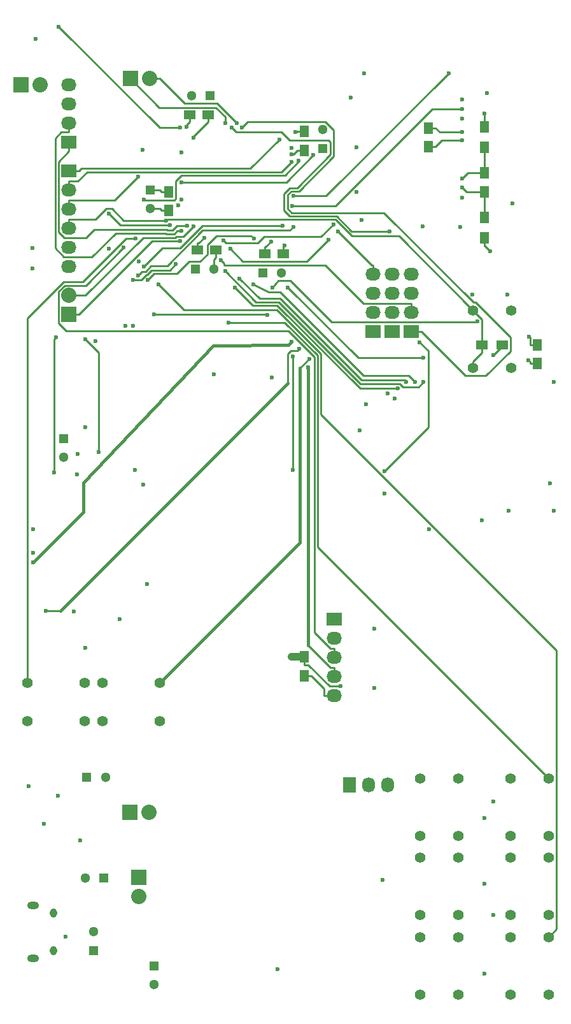
<source format=gbl>
G04 #@! TF.FileFunction,Copper,L4,Bot,Signal*
%FSLAX46Y46*%
G04 Gerber Fmt 4.6, Leading zero omitted, Abs format (unit mm)*
G04 Created by KiCad (PCBNEW 4.0.2-stable) date Sat 27 Feb 2016 06:16:26 AM EST*
%MOMM*%
G01*
G04 APERTURE LIST*
%ADD10C,0.100000*%
%ADD11R,1.727200X2.032000*%
%ADD12O,1.727200X2.032000*%
%ADD13R,2.032000X1.727200*%
%ADD14O,2.032000X1.727200*%
%ADD15R,1.300000X1.300000*%
%ADD16C,1.300000*%
%ADD17O,0.950000X1.250000*%
%ADD18O,1.550000X1.000000*%
%ADD19C,1.397000*%
%ADD20R,1.250000X1.500000*%
%ADD21R,1.300000X1.500000*%
%ADD22R,1.500000X1.250000*%
%ADD23R,2.032000X2.032000*%
%ADD24O,2.032000X2.032000*%
%ADD25R,1.500000X1.300000*%
%ADD26C,0.600000*%
%ADD27C,0.400000*%
%ADD28C,1.000000*%
%ADD29C,0.250000*%
G04 APERTURE END LIST*
D10*
D11*
X83000000Y-145000000D03*
D12*
X85540000Y-145000000D03*
X88080000Y-145000000D03*
D13*
X86150000Y-84820000D03*
D14*
X86150000Y-82280000D03*
X86150000Y-79740000D03*
X86150000Y-77200000D03*
D13*
X81000000Y-123000000D03*
D14*
X81000000Y-125540000D03*
X81000000Y-128080000D03*
X81000000Y-130620000D03*
X81000000Y-133160000D03*
D15*
X50350000Y-157350000D03*
D16*
X47850000Y-157350000D03*
D15*
X49000000Y-167000000D03*
D16*
X49000000Y-164500000D03*
D15*
X56500000Y-66000000D03*
D16*
X56500000Y-68500000D03*
D15*
X57000000Y-169000000D03*
D16*
X57000000Y-171500000D03*
D15*
X62500000Y-76500000D03*
D16*
X65000000Y-76500000D03*
D15*
X64500000Y-53500000D03*
D16*
X62000000Y-53500000D03*
D17*
X43662540Y-161999100D03*
X43662540Y-166999100D03*
D18*
X40962540Y-160999100D03*
X40962540Y-167999100D03*
D19*
X47810000Y-131460000D03*
X47810000Y-136540000D03*
X40190000Y-131460000D03*
X40190000Y-136540000D03*
X109540000Y-172810000D03*
X104460000Y-172810000D03*
X109540000Y-165190000D03*
X104460000Y-165190000D03*
X92460000Y-165190000D03*
X97540000Y-165190000D03*
X92460000Y-172810000D03*
X97540000Y-172810000D03*
X109540000Y-151810000D03*
X104460000Y-151810000D03*
X109540000Y-144190000D03*
X104460000Y-144190000D03*
X109540000Y-162310000D03*
X104460000Y-162310000D03*
X109540000Y-154690000D03*
X104460000Y-154690000D03*
X57810000Y-131460000D03*
X57810000Y-136540000D03*
X50190000Y-131460000D03*
X50190000Y-136540000D03*
X92460000Y-154690000D03*
X97540000Y-154690000D03*
X92460000Y-162310000D03*
X97540000Y-162310000D03*
X92460000Y-144190000D03*
X97540000Y-144190000D03*
X92460000Y-151810000D03*
X97540000Y-151810000D03*
D13*
X45720000Y-59690000D03*
D14*
X45720000Y-57150000D03*
X45720000Y-54610000D03*
X45720000Y-52070000D03*
D20*
X93500000Y-60250000D03*
X93500000Y-57750000D03*
X101000000Y-63750000D03*
X101000000Y-66250000D03*
D13*
X91230000Y-84820000D03*
D14*
X91230000Y-82280000D03*
X91230000Y-79740000D03*
X91230000Y-77200000D03*
D13*
X88690000Y-84820000D03*
D14*
X88690000Y-82280000D03*
X88690000Y-79740000D03*
X88690000Y-77200000D03*
D21*
X101000000Y-72350000D03*
X101000000Y-69650000D03*
X101000000Y-57650000D03*
X101000000Y-60350000D03*
D20*
X59000000Y-66250000D03*
X59000000Y-68750000D03*
D22*
X62750000Y-74000000D03*
X65250000Y-74000000D03*
D15*
X48100000Y-144000000D03*
D16*
X50600000Y-144000000D03*
D22*
X71750000Y-74500000D03*
X74250000Y-74500000D03*
D15*
X71500000Y-77000000D03*
D16*
X74000000Y-77000000D03*
D20*
X77000000Y-60750000D03*
X77000000Y-58250000D03*
D15*
X79500000Y-60500000D03*
D16*
X79500000Y-58000000D03*
D22*
X64250000Y-56000000D03*
X61750000Y-56000000D03*
D15*
X45000000Y-99000000D03*
D16*
X45000000Y-101500000D03*
D20*
X108000000Y-89050000D03*
X108000000Y-86550000D03*
D23*
X53900000Y-51200000D03*
D24*
X56440000Y-51200000D03*
D25*
X103350000Y-86600000D03*
X100650000Y-86600000D03*
D19*
X99460000Y-81990000D03*
X104540000Y-81990000D03*
X99460000Y-89610000D03*
X104540000Y-89610000D03*
D23*
X45720000Y-82550000D03*
D24*
X45720000Y-80010000D03*
D13*
X45720000Y-63500000D03*
D14*
X45720000Y-66040000D03*
X45720000Y-68580000D03*
X45720000Y-71120000D03*
X45720000Y-73660000D03*
X45720000Y-76200000D03*
D20*
X77000000Y-130500000D03*
X77000000Y-128000000D03*
D23*
X39370000Y-52070000D03*
D24*
X41910000Y-52070000D03*
D23*
X53800000Y-148600000D03*
D24*
X56340000Y-148600000D03*
D23*
X55000000Y-157300000D03*
D24*
X55000000Y-159840000D03*
D26*
X104200000Y-108587400D03*
X45300000Y-165149100D03*
X75300000Y-128000000D03*
X65000000Y-90500000D03*
X72695000Y-90864700D03*
X86340300Y-124270000D03*
X87400000Y-157600000D03*
X44250000Y-146400000D03*
X42400000Y-150150000D03*
X47250000Y-152350000D03*
X101000000Y-55868700D03*
X101000000Y-158078100D03*
X102151000Y-162260200D03*
X101000000Y-149365000D03*
X101000000Y-170091400D03*
X47850000Y-126823800D03*
X98031600Y-56561300D03*
X98032200Y-59435600D03*
X40856300Y-76443400D03*
X106846300Y-88581600D03*
X104000000Y-79923300D03*
X99400600Y-79908800D03*
X109700000Y-104927800D03*
X110200000Y-108552800D03*
X110200000Y-91460300D03*
X87694100Y-106299200D03*
X56114600Y-118300000D03*
X98014100Y-54003800D03*
X41250700Y-45915000D03*
X83181400Y-53762000D03*
X83993200Y-66223300D03*
X89000000Y-93693400D03*
X40357400Y-145135900D03*
X102184200Y-147177600D03*
X104710200Y-67819200D03*
X85204700Y-94481300D03*
X101294700Y-53123200D03*
X63707600Y-72327500D03*
X75326000Y-61264200D03*
X60231500Y-68067100D03*
X55484800Y-60689900D03*
X62296000Y-59033900D03*
X53250000Y-84011700D03*
X55013800Y-75509100D03*
X47904700Y-97490800D03*
X49244000Y-86095400D03*
X92746200Y-70864000D03*
X40964000Y-114199100D03*
X81865100Y-131902900D03*
X72580000Y-72847400D03*
X73500000Y-169500000D03*
X100650000Y-109900000D03*
X46400000Y-122000000D03*
X52500000Y-123000000D03*
X102200000Y-87900000D03*
X86340300Y-132134300D03*
X46750000Y-103750000D03*
X88100000Y-93000000D03*
X54533800Y-103159100D03*
X98032100Y-66985000D03*
X40874700Y-73697600D03*
X84974700Y-50479600D03*
X61335900Y-57588200D03*
X54250000Y-84014400D03*
X98013500Y-58313200D03*
X93610600Y-111058400D03*
X106940700Y-85490700D03*
X74391300Y-73357800D03*
X55625200Y-105104600D03*
X46864600Y-101064900D03*
X40968900Y-111024900D03*
X60674800Y-67264200D03*
X75305600Y-60381700D03*
X84353600Y-97917300D03*
X84661900Y-70013400D03*
X51000000Y-73828400D03*
X60698700Y-61048100D03*
X75848500Y-58304800D03*
X83993900Y-60360600D03*
X97766700Y-70941400D03*
X101716800Y-74100400D03*
X43709400Y-103468200D03*
X43984400Y-85601000D03*
X49637000Y-100758400D03*
X47861400Y-85785800D03*
X75362500Y-86120500D03*
X40959800Y-115425700D03*
X76349600Y-87087100D03*
X42650000Y-121845600D03*
X76279100Y-62104800D03*
X55700000Y-67250000D03*
X54615200Y-72424900D03*
X57592300Y-78530200D03*
X66957700Y-83595100D03*
X77702400Y-88407100D03*
X54916000Y-64251600D03*
X58641400Y-70026300D03*
X78237500Y-61370300D03*
X60672800Y-64991400D03*
X51023300Y-69109800D03*
X59170200Y-70651600D03*
X54250000Y-77975200D03*
X59945100Y-75851300D03*
X60688000Y-71397400D03*
X61421300Y-70770500D03*
X62260700Y-70858500D03*
X60533500Y-72796000D03*
X65900000Y-75300000D03*
X80870200Y-70548000D03*
X66229000Y-72707400D03*
X66531100Y-76792600D03*
X92865500Y-91487500D03*
X80244900Y-72570200D03*
X67162100Y-73820800D03*
X67750000Y-78920700D03*
X89480700Y-92374200D03*
X68399200Y-77751100D03*
X90592600Y-91487400D03*
X70275000Y-78525000D03*
X91771600Y-91495400D03*
X72750000Y-78950000D03*
X100018900Y-83450800D03*
X56201500Y-77978300D03*
X70293500Y-72436100D03*
X44362700Y-44305600D03*
X60535500Y-57719000D03*
X57028000Y-82515200D03*
X72114000Y-82559400D03*
X74163100Y-70726800D03*
X55655400Y-76189400D03*
X98036500Y-55263600D03*
X75441900Y-68154500D03*
X54897600Y-77337300D03*
X75601500Y-70885700D03*
X96194200Y-50470300D03*
X75545100Y-66786800D03*
X77501200Y-89501100D03*
X75327500Y-62290400D03*
X73701300Y-59290500D03*
X68725400Y-57689400D03*
X88319300Y-71474800D03*
X67333100Y-57676600D03*
X52951300Y-73661100D03*
X81468700Y-71504700D03*
X98041800Y-64453600D03*
X92358300Y-86208500D03*
X87693100Y-103311600D03*
X98025800Y-65640400D03*
X74837100Y-78950900D03*
X92838200Y-88302300D03*
X68051200Y-57130800D03*
X66476200Y-57080800D03*
X75449300Y-103200000D03*
X75449300Y-88073700D03*
D27*
X45300000Y-165149100D02*
X45300000Y-165100000D01*
D28*
X77000000Y-128000000D02*
X75300000Y-128000000D01*
D29*
X101000000Y-55868700D02*
X101000000Y-57650000D01*
X107049700Y-88785000D02*
X107049700Y-89050000D01*
X106846300Y-88581600D02*
X107049700Y-88785000D01*
X108000000Y-89050000D02*
X107049700Y-89050000D01*
X95264700Y-59435600D02*
X94450300Y-60250000D01*
X98032200Y-59435600D02*
X95264700Y-59435600D01*
X93500000Y-60250000D02*
X94450300Y-60250000D01*
X75535500Y-61264200D02*
X76049700Y-60750000D01*
X75326000Y-61264200D02*
X75535500Y-61264200D01*
X77000000Y-60750000D02*
X76049700Y-60750000D01*
X62985400Y-73049700D02*
X62750000Y-73049700D01*
X63707600Y-72327500D02*
X62985400Y-73049700D01*
X62750000Y-74000000D02*
X62750000Y-73049700D01*
X64250000Y-56000000D02*
X64250000Y-56950300D01*
X62296000Y-58904300D02*
X62296000Y-59033900D01*
X64250000Y-56950300D02*
X62296000Y-58904300D01*
X77553600Y-129075300D02*
X77000000Y-129075300D01*
X80381200Y-131902900D02*
X77553600Y-129075300D01*
X81865100Y-131902900D02*
X80381200Y-131902900D01*
X77000000Y-128000000D02*
X77000000Y-129075300D01*
X71877700Y-73549700D02*
X71750000Y-73549700D01*
X72580000Y-72847400D02*
X71877700Y-73549700D01*
X71750000Y-74500000D02*
X71750000Y-73549700D01*
X57799700Y-66000000D02*
X58049700Y-66250000D01*
X56500000Y-66000000D02*
X57799700Y-66000000D01*
X59000000Y-66250000D02*
X58049700Y-66250000D01*
X103350000Y-86600000D02*
X103350000Y-86750000D01*
X103350000Y-86750000D02*
X102200000Y-87900000D01*
X79658700Y-132208400D02*
X77950300Y-130500000D01*
X79658700Y-133160000D02*
X79658700Y-132208400D01*
X81000000Y-133160000D02*
X79658700Y-133160000D01*
X77000000Y-130500000D02*
X77950300Y-130500000D01*
X95013500Y-58313200D02*
X94450300Y-57750000D01*
X98013500Y-58313200D02*
X95013500Y-58313200D01*
X93500000Y-57750000D02*
X94450300Y-57750000D01*
X108000000Y-86550000D02*
X107049700Y-86550000D01*
X107049700Y-85599700D02*
X107049700Y-86550000D01*
X106940700Y-85490700D02*
X107049700Y-85599700D01*
X74250000Y-74500000D02*
X74250000Y-73549700D01*
X74391300Y-73408400D02*
X74250000Y-73549700D01*
X74391300Y-73357800D02*
X74391300Y-73408400D01*
X61750000Y-56000000D02*
X61750000Y-56950300D01*
X61335900Y-57364400D02*
X61335900Y-57588200D01*
X61750000Y-56950300D02*
X61335900Y-57364400D01*
X57799700Y-68500000D02*
X58049700Y-68750000D01*
X56500000Y-68500000D02*
X57799700Y-68500000D01*
X59000000Y-68750000D02*
X58049700Y-68750000D01*
X75994900Y-58304800D02*
X76049700Y-58250000D01*
X75848500Y-58304800D02*
X75994900Y-58304800D01*
X77000000Y-58250000D02*
X76049700Y-58250000D01*
X65000000Y-75200300D02*
X65250000Y-74950300D01*
X65000000Y-76500000D02*
X65000000Y-75200300D01*
X65250000Y-74000000D02*
X65250000Y-74950300D01*
X101041700Y-73425300D02*
X101000000Y-73425300D01*
X101716800Y-74100400D02*
X101041700Y-73425300D01*
X101000000Y-72350000D02*
X101000000Y-73425300D01*
X43709400Y-85876000D02*
X43984400Y-85601000D01*
X43709400Y-103468200D02*
X43709400Y-85876000D01*
X49637000Y-87561400D02*
X47861400Y-85785800D01*
X49637000Y-100758400D02*
X49637000Y-87561400D01*
D27*
X74914100Y-86568900D02*
X75362500Y-86120500D01*
D29*
X74914100Y-86569000D02*
X74914100Y-86568900D01*
D27*
X64882091Y-86624799D02*
X74914100Y-86569000D01*
X47628500Y-104886500D02*
X64882091Y-86624799D01*
X47628500Y-108757000D02*
X47628500Y-104886500D01*
X40959800Y-115425700D02*
X47628500Y-108757000D01*
D29*
X76074600Y-87362100D02*
X76349600Y-87087100D01*
X76074600Y-87362200D02*
X76074600Y-87362100D01*
X75211000Y-87362200D02*
X76074600Y-87362200D01*
X74824000Y-87749200D02*
X75211000Y-87362200D01*
X74824000Y-91639400D02*
X74824000Y-87749200D01*
D27*
X44617800Y-121845600D02*
X74824000Y-91639400D01*
D29*
X42650000Y-121845600D02*
X44617800Y-121845600D01*
X59950400Y-67145600D02*
X59770600Y-67325400D01*
X59950400Y-64817800D02*
X59950400Y-67145600D01*
X60703000Y-64065200D02*
X59950400Y-64817800D01*
X74437100Y-64065200D02*
X60703000Y-64065200D01*
X76279100Y-62223200D02*
X74437100Y-64065200D01*
X76279100Y-62104800D02*
X76279100Y-62223200D01*
X55775400Y-67325400D02*
X59770600Y-67325400D01*
X55700000Y-67250000D02*
X55775400Y-67325400D01*
X40190000Y-82997300D02*
X40190000Y-131460000D01*
X44977200Y-78210100D02*
X40190000Y-82997300D01*
X47518000Y-78210100D02*
X44977200Y-78210100D01*
X53303200Y-72424900D02*
X47518000Y-78210100D01*
X54615200Y-72424900D02*
X53303200Y-72424900D01*
X60996100Y-81934000D02*
X57592300Y-78530200D01*
X73387500Y-81934000D02*
X60996100Y-81934000D01*
X79228300Y-87774800D02*
X73387500Y-81934000D01*
X79228300Y-95777800D02*
X79228300Y-87774800D01*
X110583900Y-127133400D02*
X79228300Y-95777800D01*
X110583900Y-164146100D02*
X110583900Y-127133400D01*
X109540000Y-165190000D02*
X110583900Y-164146100D01*
X74411700Y-83595100D02*
X66957700Y-83595100D01*
X78778000Y-87961400D02*
X74411700Y-83595100D01*
X78778000Y-113428000D02*
X78778000Y-87961400D01*
X109540000Y-144190000D02*
X78778000Y-113428000D01*
X76451400Y-89658100D02*
X77702400Y-88407100D01*
D27*
X76451400Y-112818600D02*
X76451400Y-89658100D01*
X57810000Y-131460000D02*
X76451400Y-112818600D01*
D29*
X45720000Y-68580000D02*
X45720000Y-67391100D01*
X51776500Y-67391100D02*
X54916000Y-64251600D01*
X45720000Y-67391100D02*
X51776500Y-67391100D01*
X99460000Y-88765300D02*
X99460000Y-89610000D01*
X100650000Y-87575300D02*
X99460000Y-88765300D01*
X100650000Y-86947700D02*
X100650000Y-87575300D01*
X100650000Y-86947700D02*
X100650000Y-86600000D01*
X100650000Y-86600000D02*
X100650000Y-85624700D01*
X100650000Y-83180000D02*
X99460000Y-81990000D01*
X100650000Y-85624700D02*
X100650000Y-83180000D01*
X45720000Y-71120000D02*
X45720000Y-69931100D01*
X52949100Y-70026300D02*
X58641400Y-70026300D01*
X51407300Y-68484500D02*
X52949100Y-70026300D01*
X50682100Y-68484500D02*
X51407300Y-68484500D01*
X49235500Y-69931100D02*
X50682100Y-68484500D01*
X45720000Y-69931100D02*
X49235500Y-69931100D01*
X58745000Y-69922700D02*
X58641400Y-70026300D01*
X81129300Y-69922700D02*
X58745000Y-69922700D01*
X83335400Y-72128800D02*
X81129300Y-69922700D01*
X89598800Y-72128800D02*
X83335400Y-72128800D01*
X99460000Y-81990000D02*
X89598800Y-72128800D01*
X78237500Y-61370300D02*
X74616400Y-64991400D01*
X74616400Y-64991400D02*
X60672800Y-64991400D01*
X52565100Y-70651600D02*
X59170200Y-70651600D01*
X51023300Y-69109800D02*
X52565100Y-70651600D01*
X59131400Y-76665000D02*
X59945100Y-75851300D01*
X56701100Y-76665000D02*
X59131400Y-76665000D01*
X56101100Y-77265000D02*
X56701100Y-76665000D01*
X56030500Y-77265000D02*
X56101100Y-77265000D01*
X55320300Y-77975200D02*
X56030500Y-77265000D01*
X54250000Y-77975200D02*
X55320300Y-77975200D01*
X45720000Y-57150000D02*
X45720000Y-58338900D01*
X60120800Y-71397400D02*
X60688000Y-71397400D01*
X59706900Y-71811300D02*
X60120800Y-71397400D01*
X58633600Y-71811300D02*
X59706900Y-71811300D01*
X58542700Y-71720400D02*
X58633600Y-71811300D01*
X51912700Y-71720400D02*
X58542700Y-71720400D01*
X48775700Y-74857400D02*
X51912700Y-71720400D01*
X45020300Y-74857400D02*
X48775700Y-74857400D01*
X43885100Y-73722200D02*
X45020300Y-74857400D01*
X43885100Y-59133500D02*
X43885100Y-73722200D01*
X44679700Y-58338900D02*
X43885100Y-59133500D01*
X45720000Y-58338900D02*
X44679700Y-58338900D01*
X45720000Y-59690000D02*
X45720000Y-60878900D01*
X60110700Y-70770500D02*
X61421300Y-70770500D01*
X59520200Y-71361000D02*
X60110700Y-70770500D01*
X58820200Y-71361000D02*
X59520200Y-71361000D01*
X58729300Y-71270100D02*
X58820200Y-71361000D01*
X49088200Y-71270100D02*
X58729300Y-71270100D01*
X47968300Y-72390000D02*
X49088200Y-71270100D01*
X45121800Y-72390000D02*
X47968300Y-72390000D01*
X44363500Y-71631700D02*
X45121800Y-72390000D01*
X44363500Y-62235400D02*
X44363500Y-71631700D01*
X45720000Y-60878900D02*
X44363500Y-62235400D01*
X60948500Y-72170700D02*
X62260700Y-70858500D01*
X59984400Y-72170700D02*
X60948500Y-72170700D01*
X59802500Y-72352600D02*
X59984400Y-72170700D01*
X55572000Y-72352600D02*
X59802500Y-72352600D01*
X47914600Y-80010000D02*
X55572000Y-72352600D01*
X45720000Y-80010000D02*
X47914600Y-80010000D01*
X45720000Y-82550000D02*
X47061300Y-82550000D01*
X60526600Y-72802900D02*
X60533500Y-72796000D01*
X56808400Y-72802900D02*
X60526600Y-72802900D01*
X47061300Y-82550000D02*
X56808400Y-72802900D01*
X91230000Y-82280000D02*
X91230000Y-81091100D01*
X84889700Y-81091100D02*
X79823300Y-76024700D01*
X91230000Y-81091100D02*
X84889700Y-81091100D01*
X79823300Y-76024700D02*
X66309500Y-76024700D01*
X66309500Y-75709500D02*
X66309500Y-76024700D01*
X65900000Y-75300000D02*
X66309500Y-75709500D01*
X79204500Y-72213700D02*
X80870200Y-70548000D01*
X71661400Y-72213700D02*
X79204500Y-72213700D01*
X70804300Y-73070800D02*
X71661400Y-72213700D01*
X66592400Y-73070800D02*
X70804300Y-73070800D01*
X66229000Y-72707400D02*
X66592400Y-73070800D01*
X70612700Y-80874200D02*
X66531100Y-76792600D01*
X73601500Y-80874200D02*
X70612700Y-80874200D01*
X84439800Y-91712500D02*
X73601500Y-80874200D01*
X89713400Y-91712500D02*
X84439800Y-91712500D01*
X90139500Y-92138600D02*
X89713400Y-91712500D01*
X92214400Y-92138600D02*
X90139500Y-92138600D01*
X92865500Y-91487500D02*
X92214400Y-92138600D01*
X77319700Y-75495400D02*
X80244900Y-72570200D01*
X68836700Y-75495400D02*
X77319700Y-75495400D01*
X67162100Y-73820800D02*
X68836700Y-75495400D01*
X70153800Y-81324500D02*
X67750000Y-78920700D01*
X73414900Y-81324500D02*
X70153800Y-81324500D01*
X84464600Y-92374200D02*
X73414900Y-81324500D01*
X89480700Y-92374200D02*
X84464600Y-92374200D01*
X71071900Y-80423800D02*
X68399200Y-77751100D01*
X73788000Y-80423800D02*
X71071900Y-80423800D01*
X84612200Y-91248000D02*
X73788000Y-80423800D01*
X90353200Y-91248000D02*
X84612200Y-91248000D01*
X90592600Y-91487400D02*
X90353200Y-91248000D01*
X90898900Y-90622700D02*
X91771600Y-91495400D01*
X84854100Y-90622700D02*
X90898900Y-90622700D01*
X73807700Y-79576300D02*
X84854100Y-90622700D01*
X72313000Y-79576300D02*
X73807700Y-79576300D01*
X70275000Y-78525000D02*
X72313000Y-79576300D01*
X99954200Y-83515500D02*
X100018900Y-83450800D01*
X80669900Y-83515500D02*
X99954200Y-83515500D01*
X75161200Y-78006800D02*
X80669900Y-83515500D01*
X73522800Y-78006800D02*
X75161200Y-78006800D01*
X72750000Y-78950000D02*
X73522800Y-78006800D01*
X69923700Y-72066300D02*
X70293500Y-72436100D01*
X65316300Y-72066300D02*
X69923700Y-72066300D01*
X64107700Y-73274900D02*
X65316300Y-72066300D01*
X64107700Y-74539300D02*
X64107700Y-73274900D01*
X63122400Y-75524600D02*
X64107700Y-74539300D01*
X61709200Y-75524600D02*
X63122400Y-75524600D01*
X60118400Y-77115400D02*
X61709200Y-75524600D01*
X57064400Y-77115400D02*
X60118400Y-77115400D01*
X56201500Y-77978300D02*
X57064400Y-77115400D01*
X57776100Y-57719000D02*
X60535500Y-57719000D01*
X44362700Y-44305600D02*
X57776100Y-57719000D01*
X72069800Y-82515200D02*
X72114000Y-82559400D01*
X57028000Y-82515200D02*
X72069800Y-82515200D01*
X58157000Y-73687800D02*
X55655400Y-76189400D01*
X60541000Y-73687800D02*
X58157000Y-73687800D01*
X63502000Y-70726800D02*
X60541000Y-73687800D01*
X74163100Y-70726800D02*
X63502000Y-70726800D01*
X94027100Y-55263600D02*
X98036500Y-55263600D01*
X81136200Y-68154500D02*
X94027100Y-55263600D01*
X75441900Y-68154500D02*
X81136200Y-68154500D01*
X75108500Y-71378700D02*
X75601500Y-70885700D01*
X63501800Y-71378700D02*
X75108500Y-71378700D01*
X58776400Y-76104100D02*
X63501800Y-71378700D01*
X56625100Y-76104100D02*
X58776400Y-76104100D01*
X55914500Y-76814700D02*
X56625100Y-76104100D01*
X55420200Y-76814700D02*
X55914500Y-76814700D01*
X54897600Y-77337300D02*
X55420200Y-76814700D01*
X79877700Y-66786800D02*
X75545100Y-66786800D01*
X96194200Y-50470300D02*
X79877700Y-66786800D01*
X81000000Y-130620000D02*
X81000000Y-129431100D01*
D27*
X77501200Y-126452400D02*
X77501200Y-89501100D01*
D29*
X80479900Y-129431100D02*
X77501200Y-126452400D01*
X81000000Y-129431100D02*
X80479900Y-129431100D01*
X74003100Y-63614800D02*
X75327500Y-62290400D01*
X48145200Y-63614800D02*
X74003100Y-63614800D01*
X46908900Y-64851100D02*
X48145200Y-63614800D01*
X45720000Y-64851100D02*
X46908900Y-64851100D01*
X45720000Y-66040000D02*
X45720000Y-64851100D01*
X69827500Y-63164300D02*
X73701300Y-59290500D01*
X47397000Y-63164300D02*
X69827500Y-63164300D01*
X47061300Y-63500000D02*
X47397000Y-63164300D01*
X45720000Y-63500000D02*
X47061300Y-63500000D01*
X91230000Y-84820000D02*
X92571300Y-84820000D01*
X98433800Y-90682500D02*
X92571300Y-84820000D01*
X101175200Y-90682500D02*
X98433800Y-90682500D01*
X104461900Y-87395800D02*
X101175200Y-90682500D01*
X104461900Y-85543900D02*
X104461900Y-87395800D01*
X99827500Y-80909500D02*
X104461900Y-85543900D01*
X99517000Y-80909500D02*
X99827500Y-80909500D01*
X87629600Y-69022100D02*
X99517000Y-80909500D01*
X75348100Y-69022100D02*
X87629600Y-69022100D01*
X74815400Y-68489400D02*
X75348100Y-69022100D01*
X74815400Y-66632200D02*
X74815400Y-68489400D01*
X75286100Y-66161500D02*
X74815400Y-66632200D01*
X76297200Y-66161500D02*
X75286100Y-66161500D01*
X80928500Y-61530200D02*
X76297200Y-66161500D01*
X80928500Y-58046100D02*
X80928500Y-61530200D01*
X79839600Y-56957200D02*
X80928500Y-58046100D01*
X69457600Y-56957200D02*
X79839600Y-56957200D01*
X68725400Y-57689400D02*
X69457600Y-56957200D01*
X83318300Y-71474800D02*
X88319300Y-71474800D01*
X81315900Y-69472400D02*
X83318300Y-71474800D01*
X75099700Y-69472400D02*
X81315900Y-69472400D01*
X74312300Y-68685000D02*
X75099700Y-69472400D01*
X74312300Y-66498400D02*
X74312300Y-68685000D01*
X75099500Y-65711200D02*
X74312300Y-66498400D01*
X76048900Y-65711200D02*
X75099500Y-65711200D01*
X80475400Y-61284700D02*
X76048900Y-65711200D01*
X80475400Y-59652500D02*
X80475400Y-61284700D01*
X80232200Y-59409300D02*
X80475400Y-59652500D01*
X75046000Y-59409300D02*
X80232200Y-59409300D01*
X73951500Y-58314800D02*
X75046000Y-59409300D01*
X67971300Y-58314800D02*
X73951500Y-58314800D01*
X67333100Y-57676600D02*
X67971300Y-58314800D01*
X81000000Y-128080000D02*
X81000000Y-126891100D01*
X47951800Y-78660600D02*
X52951300Y-73661100D01*
X45163700Y-78660600D02*
X47951800Y-78660600D01*
X44328700Y-79495600D02*
X45163700Y-78660600D01*
X44328700Y-83662900D02*
X44328700Y-79495600D01*
X45352000Y-84686200D02*
X44328700Y-83662900D01*
X74865900Y-84686200D02*
X45352000Y-84686200D01*
X78327700Y-88148000D02*
X74865900Y-84686200D01*
X78327700Y-124748800D02*
X78327700Y-88148000D01*
X80470000Y-126891100D02*
X78327700Y-124748800D01*
X81000000Y-126891100D02*
X80470000Y-126891100D01*
X85975100Y-76011100D02*
X81468700Y-71504700D01*
X86150000Y-76011100D02*
X85975100Y-76011100D01*
X86150000Y-77200000D02*
X86150000Y-76011100D01*
X101000000Y-60350000D02*
X101000000Y-63750000D01*
X98745400Y-63750000D02*
X98041800Y-64453600D01*
X101000000Y-63750000D02*
X98745400Y-63750000D01*
X87693100Y-103311600D02*
X93493200Y-97511500D01*
X93493200Y-97511500D02*
X93493200Y-87343400D01*
X93493200Y-87343400D02*
X92358300Y-86208500D01*
X101000000Y-69650000D02*
X101000000Y-66250000D01*
X98635400Y-66250000D02*
X98025800Y-65640400D01*
X101000000Y-66250000D02*
X98635400Y-66250000D01*
X84188500Y-88302300D02*
X92838200Y-88302300D01*
X74837100Y-78950900D02*
X84188500Y-88302300D01*
X56440000Y-51200000D02*
X57781300Y-51200000D01*
X65395800Y-54475400D02*
X68051200Y-57130800D01*
X61056700Y-54475400D02*
X65395800Y-54475400D01*
X57781300Y-51200000D02*
X61056700Y-54475400D01*
X66476200Y-56303700D02*
X66476200Y-57080800D01*
X65214400Y-55041900D02*
X66476200Y-56303700D01*
X57741900Y-55041900D02*
X65214400Y-55041900D01*
X53900000Y-51200000D02*
X57741900Y-55041900D01*
X75449300Y-93298600D02*
X75449300Y-103200000D01*
X75449300Y-93298600D02*
X75449300Y-88073700D01*
X75449300Y-103200000D02*
X75449300Y-103200700D01*
M02*

</source>
